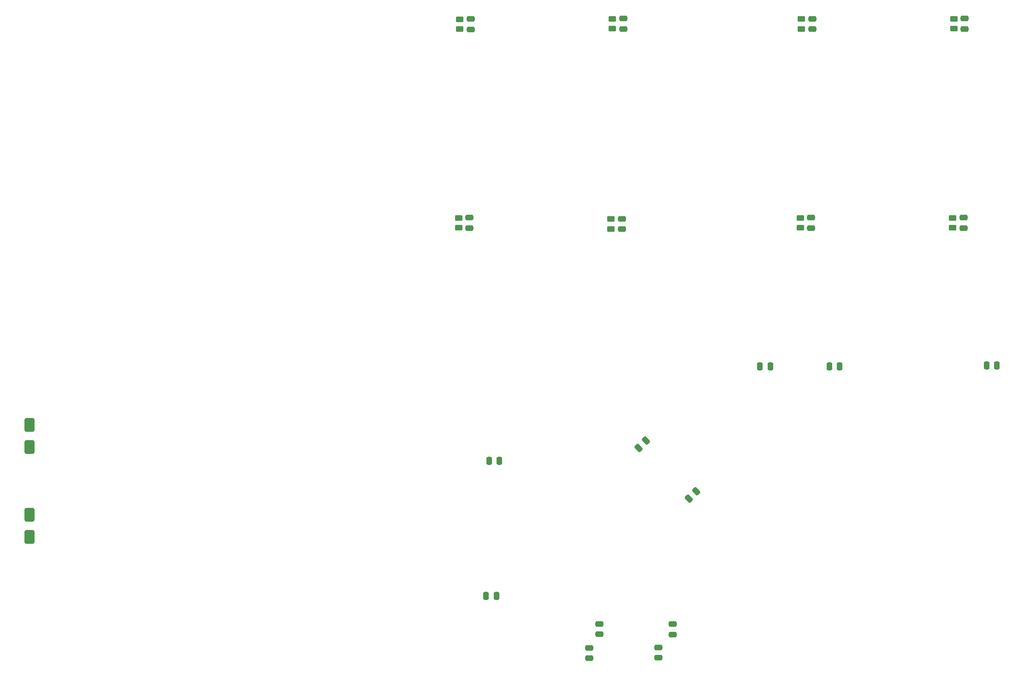
<source format=gbp>
%TF.GenerationSoftware,KiCad,Pcbnew,9.0.2*%
%TF.CreationDate,2026-01-04T16:23:37+07:00*%
%TF.ProjectId,Controller48V,436f6e74-726f-46c6-9c65-723438562e6b,rev?*%
%TF.SameCoordinates,Original*%
%TF.FileFunction,Paste,Bot*%
%TF.FilePolarity,Positive*%
%FSLAX46Y46*%
G04 Gerber Fmt 4.6, Leading zero omitted, Abs format (unit mm)*
G04 Created by KiCad (PCBNEW 9.0.2) date 2026-01-04 16:23:37*
%MOMM*%
%LPD*%
G01*
G04 APERTURE LIST*
G04 Aperture macros list*
%AMRoundRect*
0 Rectangle with rounded corners*
0 $1 Rounding radius*
0 $2 $3 $4 $5 $6 $7 $8 $9 X,Y pos of 4 corners*
0 Add a 4 corners polygon primitive as box body*
4,1,4,$2,$3,$4,$5,$6,$7,$8,$9,$2,$3,0*
0 Add four circle primitives for the rounded corners*
1,1,$1+$1,$2,$3*
1,1,$1+$1,$4,$5*
1,1,$1+$1,$6,$7*
1,1,$1+$1,$8,$9*
0 Add four rect primitives between the rounded corners*
20,1,$1+$1,$2,$3,$4,$5,0*
20,1,$1+$1,$4,$5,$6,$7,0*
20,1,$1+$1,$6,$7,$8,$9,0*
20,1,$1+$1,$8,$9,$2,$3,0*%
G04 Aperture macros list end*
%ADD10RoundRect,0.250000X-0.475000X0.250000X-0.475000X-0.250000X0.475000X-0.250000X0.475000X0.250000X0*%
%ADD11RoundRect,0.250000X-0.250000X-0.475000X0.250000X-0.475000X0.250000X0.475000X-0.250000X0.475000X0*%
%ADD12RoundRect,0.250000X0.475000X-0.250000X0.475000X0.250000X-0.475000X0.250000X-0.475000X-0.250000X0*%
%ADD13RoundRect,0.250000X0.450000X-0.262500X0.450000X0.262500X-0.450000X0.262500X-0.450000X-0.262500X0*%
%ADD14RoundRect,0.250000X0.650000X-1.000000X0.650000X1.000000X-0.650000X1.000000X-0.650000X-1.000000X0*%
%ADD15RoundRect,0.250000X0.159099X-0.512652X0.512652X-0.159099X-0.159099X0.512652X-0.512652X0.159099X0*%
G04 APERTURE END LIST*
D10*
%TO.C,C5*%
X283033533Y-114085223D03*
X283033533Y-115985223D03*
%TD*%
D11*
%TO.C,C20*%
X258361782Y-141424999D03*
X260261782Y-141424999D03*
%TD*%
D10*
%TO.C,C4*%
X283217482Y-77525391D03*
X283217482Y-79425391D03*
%TD*%
%TO.C,C8*%
X220500000Y-77528669D03*
X220500000Y-79428669D03*
%TD*%
D12*
%TO.C,C53*%
X214293115Y-195013072D03*
X214293115Y-193113072D03*
%TD*%
D13*
%TO.C,R14*%
X190283533Y-115947723D03*
X190283533Y-114122723D03*
%TD*%
%TO.C,R5*%
X253217482Y-79437891D03*
X253217482Y-77612891D03*
%TD*%
D14*
%TO.C,D5*%
X111450000Y-172700000D03*
X111450000Y-168700000D03*
%TD*%
D10*
%TO.C,C62*%
X216116979Y-188729692D03*
X216116979Y-190629692D03*
%TD*%
%TO.C,C1*%
X255217482Y-77575391D03*
X255217482Y-79475391D03*
%TD*%
D11*
%TO.C,C19*%
X245635000Y-141425000D03*
X247535000Y-141425000D03*
%TD*%
D13*
%TO.C,R20*%
X218283533Y-116147723D03*
X218283533Y-114322723D03*
%TD*%
D15*
%TO.C,C50*%
X223328249Y-156421751D03*
X224671751Y-155078249D03*
%TD*%
D10*
%TO.C,C12*%
X220283533Y-114285223D03*
X220283533Y-116185223D03*
%TD*%
D11*
%TO.C,C30*%
X195900000Y-158775000D03*
X197800000Y-158775000D03*
%TD*%
D13*
%TO.C,R13*%
X218500000Y-79391169D03*
X218500000Y-77566169D03*
%TD*%
D10*
%TO.C,C11*%
X192500000Y-77578669D03*
X192500000Y-79478669D03*
%TD*%
%TO.C,C61*%
X229616979Y-188779692D03*
X229616979Y-190679692D03*
%TD*%
D12*
%TO.C,C54*%
X227000000Y-194950000D03*
X227000000Y-193050000D03*
%TD*%
D10*
%TO.C,C9*%
X192283533Y-114085223D03*
X192283533Y-115985223D03*
%TD*%
D11*
%TO.C,C42*%
X287240000Y-141283200D03*
X289140000Y-141283200D03*
%TD*%
D13*
%TO.C,R6*%
X253033533Y-115947723D03*
X253033533Y-114122723D03*
%TD*%
D15*
%TO.C,C49*%
X232578249Y-165671751D03*
X233921751Y-164328249D03*
%TD*%
D10*
%TO.C,C2*%
X255033533Y-114085223D03*
X255033533Y-115985223D03*
%TD*%
D13*
%TO.C,R19*%
X190500000Y-79441169D03*
X190500000Y-77616169D03*
%TD*%
%TO.C,R12*%
X281033533Y-115947723D03*
X281033533Y-114122723D03*
%TD*%
D11*
%TO.C,C31*%
X195323857Y-183579922D03*
X197223857Y-183579922D03*
%TD*%
D14*
%TO.C,D4*%
X111450000Y-156200000D03*
X111450000Y-152200000D03*
%TD*%
D13*
%TO.C,R11*%
X281217482Y-79387891D03*
X281217482Y-77562891D03*
%TD*%
M02*

</source>
